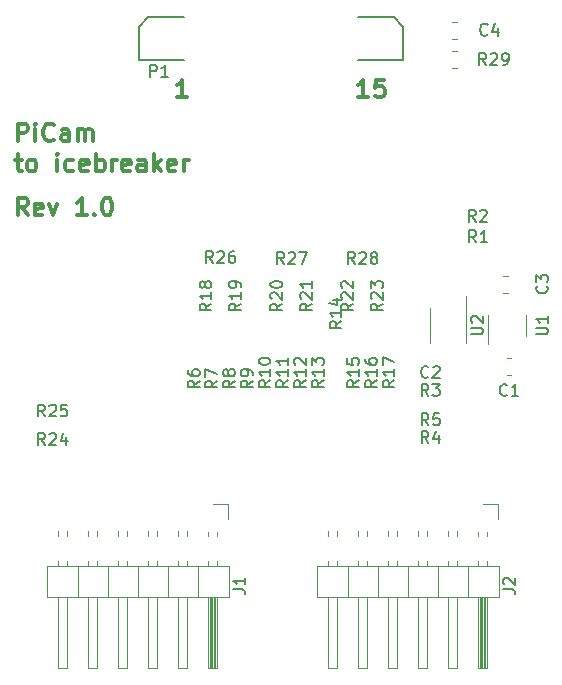
<source format=gto>
G04 #@! TF.GenerationSoftware,KiCad,Pcbnew,5.0.0*
G04 #@! TF.CreationDate,2018-07-16T13:27:37+02:00*
G04 #@! TF.ProjectId,csipmod,637369706D6F642E6B696361645F7063,rev?*
G04 #@! TF.SameCoordinates,Original*
G04 #@! TF.FileFunction,Legend,Top*
G04 #@! TF.FilePolarity,Positive*
%FSLAX46Y46*%
G04 Gerber Fmt 4.6, Leading zero omitted, Abs format (unit mm)*
G04 Created by KiCad (PCBNEW 5.0.0) date Mon Jul 16 13:27:37 2018*
%MOMM*%
%LPD*%
G01*
G04 APERTURE LIST*
%ADD10C,0.300000*%
%ADD11C,0.120000*%
%ADD12C,0.150000*%
G04 APERTURE END LIST*
D10*
X116409285Y-60678571D02*
X115909285Y-59964285D01*
X115552142Y-60678571D02*
X115552142Y-59178571D01*
X116123571Y-59178571D01*
X116266428Y-59250000D01*
X116337857Y-59321428D01*
X116409285Y-59464285D01*
X116409285Y-59678571D01*
X116337857Y-59821428D01*
X116266428Y-59892857D01*
X116123571Y-59964285D01*
X115552142Y-59964285D01*
X117623571Y-60607142D02*
X117480714Y-60678571D01*
X117195000Y-60678571D01*
X117052142Y-60607142D01*
X116980714Y-60464285D01*
X116980714Y-59892857D01*
X117052142Y-59750000D01*
X117195000Y-59678571D01*
X117480714Y-59678571D01*
X117623571Y-59750000D01*
X117695000Y-59892857D01*
X117695000Y-60035714D01*
X116980714Y-60178571D01*
X118195000Y-59678571D02*
X118552142Y-60678571D01*
X118909285Y-59678571D01*
X121409285Y-60678571D02*
X120552142Y-60678571D01*
X120980714Y-60678571D02*
X120980714Y-59178571D01*
X120837857Y-59392857D01*
X120695000Y-59535714D01*
X120552142Y-59607142D01*
X122052142Y-60535714D02*
X122123571Y-60607142D01*
X122052142Y-60678571D01*
X121980714Y-60607142D01*
X122052142Y-60535714D01*
X122052142Y-60678571D01*
X123052142Y-59178571D02*
X123195000Y-59178571D01*
X123337857Y-59250000D01*
X123409285Y-59321428D01*
X123480714Y-59464285D01*
X123552142Y-59750000D01*
X123552142Y-60107142D01*
X123480714Y-60392857D01*
X123409285Y-60535714D01*
X123337857Y-60607142D01*
X123195000Y-60678571D01*
X123052142Y-60678571D01*
X122909285Y-60607142D01*
X122837857Y-60535714D01*
X122766428Y-60392857D01*
X122695000Y-60107142D01*
X122695000Y-59750000D01*
X122766428Y-59464285D01*
X122837857Y-59321428D01*
X122909285Y-59250000D01*
X123052142Y-59178571D01*
X115552142Y-54403571D02*
X115552142Y-52903571D01*
X116123571Y-52903571D01*
X116266428Y-52975000D01*
X116337857Y-53046428D01*
X116409285Y-53189285D01*
X116409285Y-53403571D01*
X116337857Y-53546428D01*
X116266428Y-53617857D01*
X116123571Y-53689285D01*
X115552142Y-53689285D01*
X117052142Y-54403571D02*
X117052142Y-53403571D01*
X117052142Y-52903571D02*
X116980714Y-52975000D01*
X117052142Y-53046428D01*
X117123571Y-52975000D01*
X117052142Y-52903571D01*
X117052142Y-53046428D01*
X118623571Y-54260714D02*
X118552142Y-54332142D01*
X118337857Y-54403571D01*
X118195000Y-54403571D01*
X117980714Y-54332142D01*
X117837857Y-54189285D01*
X117766428Y-54046428D01*
X117695000Y-53760714D01*
X117695000Y-53546428D01*
X117766428Y-53260714D01*
X117837857Y-53117857D01*
X117980714Y-52975000D01*
X118195000Y-52903571D01*
X118337857Y-52903571D01*
X118552142Y-52975000D01*
X118623571Y-53046428D01*
X119909285Y-54403571D02*
X119909285Y-53617857D01*
X119837857Y-53475000D01*
X119695000Y-53403571D01*
X119409285Y-53403571D01*
X119266428Y-53475000D01*
X119909285Y-54332142D02*
X119766428Y-54403571D01*
X119409285Y-54403571D01*
X119266428Y-54332142D01*
X119195000Y-54189285D01*
X119195000Y-54046428D01*
X119266428Y-53903571D01*
X119409285Y-53832142D01*
X119766428Y-53832142D01*
X119909285Y-53760714D01*
X120623571Y-54403571D02*
X120623571Y-53403571D01*
X120623571Y-53546428D02*
X120695000Y-53475000D01*
X120837857Y-53403571D01*
X121052142Y-53403571D01*
X121195000Y-53475000D01*
X121266428Y-53617857D01*
X121266428Y-54403571D01*
X121266428Y-53617857D02*
X121337857Y-53475000D01*
X121480714Y-53403571D01*
X121695000Y-53403571D01*
X121837857Y-53475000D01*
X121909285Y-53617857D01*
X121909285Y-54403571D01*
X115337857Y-55953571D02*
X115909285Y-55953571D01*
X115552142Y-55453571D02*
X115552142Y-56739285D01*
X115623571Y-56882142D01*
X115766428Y-56953571D01*
X115909285Y-56953571D01*
X116623571Y-56953571D02*
X116480714Y-56882142D01*
X116409285Y-56810714D01*
X116337857Y-56667857D01*
X116337857Y-56239285D01*
X116409285Y-56096428D01*
X116480714Y-56025000D01*
X116623571Y-55953571D01*
X116837857Y-55953571D01*
X116980714Y-56025000D01*
X117052142Y-56096428D01*
X117123571Y-56239285D01*
X117123571Y-56667857D01*
X117052142Y-56810714D01*
X116980714Y-56882142D01*
X116837857Y-56953571D01*
X116623571Y-56953571D01*
X118909285Y-56953571D02*
X118909285Y-55953571D01*
X118909285Y-55453571D02*
X118837857Y-55525000D01*
X118909285Y-55596428D01*
X118980714Y-55525000D01*
X118909285Y-55453571D01*
X118909285Y-55596428D01*
X120266428Y-56882142D02*
X120123571Y-56953571D01*
X119837857Y-56953571D01*
X119695000Y-56882142D01*
X119623571Y-56810714D01*
X119552142Y-56667857D01*
X119552142Y-56239285D01*
X119623571Y-56096428D01*
X119695000Y-56025000D01*
X119837857Y-55953571D01*
X120123571Y-55953571D01*
X120266428Y-56025000D01*
X121480714Y-56882142D02*
X121337857Y-56953571D01*
X121052142Y-56953571D01*
X120909285Y-56882142D01*
X120837857Y-56739285D01*
X120837857Y-56167857D01*
X120909285Y-56025000D01*
X121052142Y-55953571D01*
X121337857Y-55953571D01*
X121480714Y-56025000D01*
X121552142Y-56167857D01*
X121552142Y-56310714D01*
X120837857Y-56453571D01*
X122195000Y-56953571D02*
X122195000Y-55453571D01*
X122195000Y-56025000D02*
X122337857Y-55953571D01*
X122623571Y-55953571D01*
X122766428Y-56025000D01*
X122837857Y-56096428D01*
X122909285Y-56239285D01*
X122909285Y-56667857D01*
X122837857Y-56810714D01*
X122766428Y-56882142D01*
X122623571Y-56953571D01*
X122337857Y-56953571D01*
X122195000Y-56882142D01*
X123552142Y-56953571D02*
X123552142Y-55953571D01*
X123552142Y-56239285D02*
X123623571Y-56096428D01*
X123695000Y-56025000D01*
X123837857Y-55953571D01*
X123980714Y-55953571D01*
X125052142Y-56882142D02*
X124909285Y-56953571D01*
X124623571Y-56953571D01*
X124480714Y-56882142D01*
X124409285Y-56739285D01*
X124409285Y-56167857D01*
X124480714Y-56025000D01*
X124623571Y-55953571D01*
X124909285Y-55953571D01*
X125052142Y-56025000D01*
X125123571Y-56167857D01*
X125123571Y-56310714D01*
X124409285Y-56453571D01*
X126409285Y-56953571D02*
X126409285Y-56167857D01*
X126337857Y-56025000D01*
X126195000Y-55953571D01*
X125909285Y-55953571D01*
X125766428Y-56025000D01*
X126409285Y-56882142D02*
X126266428Y-56953571D01*
X125909285Y-56953571D01*
X125766428Y-56882142D01*
X125695000Y-56739285D01*
X125695000Y-56596428D01*
X125766428Y-56453571D01*
X125909285Y-56382142D01*
X126266428Y-56382142D01*
X126409285Y-56310714D01*
X127123571Y-56953571D02*
X127123571Y-55453571D01*
X127266428Y-56382142D02*
X127695000Y-56953571D01*
X127695000Y-55953571D02*
X127123571Y-56525000D01*
X128909285Y-56882142D02*
X128766428Y-56953571D01*
X128480714Y-56953571D01*
X128337857Y-56882142D01*
X128266428Y-56739285D01*
X128266428Y-56167857D01*
X128337857Y-56025000D01*
X128480714Y-55953571D01*
X128766428Y-55953571D01*
X128909285Y-56025000D01*
X128980714Y-56167857D01*
X128980714Y-56310714D01*
X128266428Y-56453571D01*
X129623571Y-56953571D02*
X129623571Y-55953571D01*
X129623571Y-56239285D02*
X129695000Y-56096428D01*
X129766428Y-56025000D01*
X129909285Y-55953571D01*
X130052142Y-55953571D01*
X145214285Y-50678571D02*
X144357142Y-50678571D01*
X144785714Y-50678571D02*
X144785714Y-49178571D01*
X144642857Y-49392857D01*
X144500000Y-49535714D01*
X144357142Y-49607142D01*
X146571428Y-49178571D02*
X145857142Y-49178571D01*
X145785714Y-49892857D01*
X145857142Y-49821428D01*
X146000000Y-49750000D01*
X146357142Y-49750000D01*
X146500000Y-49821428D01*
X146571428Y-49892857D01*
X146642857Y-50035714D01*
X146642857Y-50392857D01*
X146571428Y-50535714D01*
X146500000Y-50607142D01*
X146357142Y-50678571D01*
X146000000Y-50678571D01*
X145857142Y-50607142D01*
X145785714Y-50535714D01*
X129928571Y-50678571D02*
X129071428Y-50678571D01*
X129500000Y-50678571D02*
X129500000Y-49178571D01*
X129357142Y-49392857D01*
X129214285Y-49535714D01*
X129071428Y-49607142D01*
D11*
G04 #@! TO.C,R29*
X152292017Y-46790000D02*
X152707983Y-46790000D01*
X152292017Y-48210000D02*
X152707983Y-48210000D01*
G04 #@! TO.C,C1*
X156942017Y-72790000D02*
X157357983Y-72790000D01*
X156942017Y-74210000D02*
X157357983Y-74210000D01*
G04 #@! TO.C,C3*
X156642017Y-67210000D02*
X157057983Y-67210000D01*
X156642017Y-65790000D02*
X157057983Y-65790000D01*
G04 #@! TO.C,C4*
X152292017Y-44290000D02*
X152707983Y-44290000D01*
X152292017Y-45710000D02*
X152707983Y-45710000D01*
D12*
G04 #@! TO.C,P1*
X144400000Y-47500000D02*
X148200000Y-47500000D01*
X147400000Y-43900000D02*
X144600000Y-43900000D01*
X148200000Y-44700000D02*
X147400000Y-43900000D01*
X148200000Y-47500000D02*
X148200000Y-44700000D01*
X144400000Y-43900000D02*
X144600000Y-43900000D01*
X129600000Y-43900000D02*
X128600000Y-43900000D01*
X126600000Y-43900000D02*
X128600000Y-43900000D01*
X125800000Y-44700000D02*
X126600000Y-43900000D01*
X125800000Y-47500000D02*
X125800000Y-44700000D01*
X129600000Y-47500000D02*
X125800000Y-47500000D01*
D11*
G04 #@! TO.C,J1*
X133410000Y-90340000D02*
X118050000Y-90340000D01*
X118050000Y-90340000D02*
X118050000Y-93000000D01*
X118050000Y-93000000D02*
X133410000Y-93000000D01*
X133410000Y-93000000D02*
X133410000Y-90340000D01*
X132460000Y-93000000D02*
X132460000Y-99000000D01*
X132460000Y-99000000D02*
X131700000Y-99000000D01*
X131700000Y-99000000D02*
X131700000Y-93000000D01*
X132400000Y-93000000D02*
X132400000Y-99000000D01*
X132280000Y-93000000D02*
X132280000Y-99000000D01*
X132160000Y-93000000D02*
X132160000Y-99000000D01*
X132040000Y-93000000D02*
X132040000Y-99000000D01*
X131920000Y-93000000D02*
X131920000Y-99000000D01*
X131800000Y-93000000D02*
X131800000Y-99000000D01*
X132460000Y-89942929D02*
X132460000Y-90340000D01*
X131700000Y-89942929D02*
X131700000Y-90340000D01*
X132460000Y-87470000D02*
X132460000Y-87857071D01*
X131700000Y-87470000D02*
X131700000Y-87857071D01*
X130810000Y-90340000D02*
X130810000Y-93000000D01*
X129920000Y-93000000D02*
X129920000Y-99000000D01*
X129920000Y-99000000D02*
X129160000Y-99000000D01*
X129160000Y-99000000D02*
X129160000Y-93000000D01*
X129920000Y-89942929D02*
X129920000Y-90340000D01*
X129160000Y-89942929D02*
X129160000Y-90340000D01*
X129920000Y-87402929D02*
X129920000Y-87857071D01*
X129160000Y-87402929D02*
X129160000Y-87857071D01*
X128270000Y-90340000D02*
X128270000Y-93000000D01*
X127380000Y-93000000D02*
X127380000Y-99000000D01*
X127380000Y-99000000D02*
X126620000Y-99000000D01*
X126620000Y-99000000D02*
X126620000Y-93000000D01*
X127380000Y-89942929D02*
X127380000Y-90340000D01*
X126620000Y-89942929D02*
X126620000Y-90340000D01*
X127380000Y-87402929D02*
X127380000Y-87857071D01*
X126620000Y-87402929D02*
X126620000Y-87857071D01*
X125730000Y-90340000D02*
X125730000Y-93000000D01*
X124840000Y-93000000D02*
X124840000Y-99000000D01*
X124840000Y-99000000D02*
X124080000Y-99000000D01*
X124080000Y-99000000D02*
X124080000Y-93000000D01*
X124840000Y-89942929D02*
X124840000Y-90340000D01*
X124080000Y-89942929D02*
X124080000Y-90340000D01*
X124840000Y-87402929D02*
X124840000Y-87857071D01*
X124080000Y-87402929D02*
X124080000Y-87857071D01*
X123190000Y-90340000D02*
X123190000Y-93000000D01*
X122300000Y-93000000D02*
X122300000Y-99000000D01*
X122300000Y-99000000D02*
X121540000Y-99000000D01*
X121540000Y-99000000D02*
X121540000Y-93000000D01*
X122300000Y-89942929D02*
X122300000Y-90340000D01*
X121540000Y-89942929D02*
X121540000Y-90340000D01*
X122300000Y-87402929D02*
X122300000Y-87857071D01*
X121540000Y-87402929D02*
X121540000Y-87857071D01*
X120650000Y-90340000D02*
X120650000Y-93000000D01*
X119760000Y-93000000D02*
X119760000Y-99000000D01*
X119760000Y-99000000D02*
X119000000Y-99000000D01*
X119000000Y-99000000D02*
X119000000Y-93000000D01*
X119760000Y-89942929D02*
X119760000Y-90340000D01*
X119000000Y-89942929D02*
X119000000Y-90340000D01*
X119760000Y-87402929D02*
X119760000Y-87857071D01*
X119000000Y-87402929D02*
X119000000Y-87857071D01*
X132080000Y-85090000D02*
X133350000Y-85090000D01*
X133350000Y-85090000D02*
X133350000Y-86360000D01*
G04 #@! TO.C,J2*
X156210000Y-85090000D02*
X156210000Y-86360000D01*
X154940000Y-85090000D02*
X156210000Y-85090000D01*
X141860000Y-87402929D02*
X141860000Y-87857071D01*
X142620000Y-87402929D02*
X142620000Y-87857071D01*
X141860000Y-89942929D02*
X141860000Y-90340000D01*
X142620000Y-89942929D02*
X142620000Y-90340000D01*
X141860000Y-99000000D02*
X141860000Y-93000000D01*
X142620000Y-99000000D02*
X141860000Y-99000000D01*
X142620000Y-93000000D02*
X142620000Y-99000000D01*
X143510000Y-90340000D02*
X143510000Y-93000000D01*
X144400000Y-87402929D02*
X144400000Y-87857071D01*
X145160000Y-87402929D02*
X145160000Y-87857071D01*
X144400000Y-89942929D02*
X144400000Y-90340000D01*
X145160000Y-89942929D02*
X145160000Y-90340000D01*
X144400000Y-99000000D02*
X144400000Y-93000000D01*
X145160000Y-99000000D02*
X144400000Y-99000000D01*
X145160000Y-93000000D02*
X145160000Y-99000000D01*
X146050000Y-90340000D02*
X146050000Y-93000000D01*
X146940000Y-87402929D02*
X146940000Y-87857071D01*
X147700000Y-87402929D02*
X147700000Y-87857071D01*
X146940000Y-89942929D02*
X146940000Y-90340000D01*
X147700000Y-89942929D02*
X147700000Y-90340000D01*
X146940000Y-99000000D02*
X146940000Y-93000000D01*
X147700000Y-99000000D02*
X146940000Y-99000000D01*
X147700000Y-93000000D02*
X147700000Y-99000000D01*
X148590000Y-90340000D02*
X148590000Y-93000000D01*
X149480000Y-87402929D02*
X149480000Y-87857071D01*
X150240000Y-87402929D02*
X150240000Y-87857071D01*
X149480000Y-89942929D02*
X149480000Y-90340000D01*
X150240000Y-89942929D02*
X150240000Y-90340000D01*
X149480000Y-99000000D02*
X149480000Y-93000000D01*
X150240000Y-99000000D02*
X149480000Y-99000000D01*
X150240000Y-93000000D02*
X150240000Y-99000000D01*
X151130000Y-90340000D02*
X151130000Y-93000000D01*
X152020000Y-87402929D02*
X152020000Y-87857071D01*
X152780000Y-87402929D02*
X152780000Y-87857071D01*
X152020000Y-89942929D02*
X152020000Y-90340000D01*
X152780000Y-89942929D02*
X152780000Y-90340000D01*
X152020000Y-99000000D02*
X152020000Y-93000000D01*
X152780000Y-99000000D02*
X152020000Y-99000000D01*
X152780000Y-93000000D02*
X152780000Y-99000000D01*
X153670000Y-90340000D02*
X153670000Y-93000000D01*
X154560000Y-87470000D02*
X154560000Y-87857071D01*
X155320000Y-87470000D02*
X155320000Y-87857071D01*
X154560000Y-89942929D02*
X154560000Y-90340000D01*
X155320000Y-89942929D02*
X155320000Y-90340000D01*
X154660000Y-93000000D02*
X154660000Y-99000000D01*
X154780000Y-93000000D02*
X154780000Y-99000000D01*
X154900000Y-93000000D02*
X154900000Y-99000000D01*
X155020000Y-93000000D02*
X155020000Y-99000000D01*
X155140000Y-93000000D02*
X155140000Y-99000000D01*
X155260000Y-93000000D02*
X155260000Y-99000000D01*
X154560000Y-99000000D02*
X154560000Y-93000000D01*
X155320000Y-99000000D02*
X154560000Y-99000000D01*
X155320000Y-93000000D02*
X155320000Y-99000000D01*
X156270000Y-93000000D02*
X156270000Y-90340000D01*
X140910000Y-93000000D02*
X156270000Y-93000000D01*
X140910000Y-90340000D02*
X140910000Y-93000000D01*
X156270000Y-90340000D02*
X140910000Y-90340000D01*
G04 #@! TO.C,U2*
X150500000Y-71500000D02*
X150500000Y-68500000D01*
X153500000Y-71500000D02*
X153500000Y-67500000D01*
G04 #@! TO.C,U1*
X158610000Y-70900000D02*
X158610000Y-69100000D01*
X155390000Y-69100000D02*
X155390000Y-71550000D01*
G04 #@! TO.C,R29*
D12*
X155207142Y-47952380D02*
X154873809Y-47476190D01*
X154635714Y-47952380D02*
X154635714Y-46952380D01*
X155016666Y-46952380D01*
X155111904Y-47000000D01*
X155159523Y-47047619D01*
X155207142Y-47142857D01*
X155207142Y-47285714D01*
X155159523Y-47380952D01*
X155111904Y-47428571D01*
X155016666Y-47476190D01*
X154635714Y-47476190D01*
X155588095Y-47047619D02*
X155635714Y-47000000D01*
X155730952Y-46952380D01*
X155969047Y-46952380D01*
X156064285Y-47000000D01*
X156111904Y-47047619D01*
X156159523Y-47142857D01*
X156159523Y-47238095D01*
X156111904Y-47380952D01*
X155540476Y-47952380D01*
X156159523Y-47952380D01*
X156635714Y-47952380D02*
X156826190Y-47952380D01*
X156921428Y-47904761D01*
X156969047Y-47857142D01*
X157064285Y-47714285D01*
X157111904Y-47523809D01*
X157111904Y-47142857D01*
X157064285Y-47047619D01*
X157016666Y-47000000D01*
X156921428Y-46952380D01*
X156730952Y-46952380D01*
X156635714Y-47000000D01*
X156588095Y-47047619D01*
X156540476Y-47142857D01*
X156540476Y-47380952D01*
X156588095Y-47476190D01*
X156635714Y-47523809D01*
X156730952Y-47571428D01*
X156921428Y-47571428D01*
X157016666Y-47523809D01*
X157064285Y-47476190D01*
X157111904Y-47380952D01*
G04 #@! TO.C,C2*
X150333333Y-74357142D02*
X150285714Y-74404761D01*
X150142857Y-74452380D01*
X150047619Y-74452380D01*
X149904761Y-74404761D01*
X149809523Y-74309523D01*
X149761904Y-74214285D01*
X149714285Y-74023809D01*
X149714285Y-73880952D01*
X149761904Y-73690476D01*
X149809523Y-73595238D01*
X149904761Y-73500000D01*
X150047619Y-73452380D01*
X150142857Y-73452380D01*
X150285714Y-73500000D01*
X150333333Y-73547619D01*
X150714285Y-73547619D02*
X150761904Y-73500000D01*
X150857142Y-73452380D01*
X151095238Y-73452380D01*
X151190476Y-73500000D01*
X151238095Y-73547619D01*
X151285714Y-73642857D01*
X151285714Y-73738095D01*
X151238095Y-73880952D01*
X150666666Y-74452380D01*
X151285714Y-74452380D01*
G04 #@! TO.C,C1*
X156983333Y-75857142D02*
X156935714Y-75904761D01*
X156792857Y-75952380D01*
X156697619Y-75952380D01*
X156554761Y-75904761D01*
X156459523Y-75809523D01*
X156411904Y-75714285D01*
X156364285Y-75523809D01*
X156364285Y-75380952D01*
X156411904Y-75190476D01*
X156459523Y-75095238D01*
X156554761Y-75000000D01*
X156697619Y-74952380D01*
X156792857Y-74952380D01*
X156935714Y-75000000D01*
X156983333Y-75047619D01*
X157935714Y-75952380D02*
X157364285Y-75952380D01*
X157650000Y-75952380D02*
X157650000Y-74952380D01*
X157554761Y-75095238D01*
X157459523Y-75190476D01*
X157364285Y-75238095D01*
G04 #@! TO.C,C3*
X160357142Y-66666666D02*
X160404761Y-66714285D01*
X160452380Y-66857142D01*
X160452380Y-66952380D01*
X160404761Y-67095238D01*
X160309523Y-67190476D01*
X160214285Y-67238095D01*
X160023809Y-67285714D01*
X159880952Y-67285714D01*
X159690476Y-67238095D01*
X159595238Y-67190476D01*
X159500000Y-67095238D01*
X159452380Y-66952380D01*
X159452380Y-66857142D01*
X159500000Y-66714285D01*
X159547619Y-66666666D01*
X159452380Y-66333333D02*
X159452380Y-65714285D01*
X159833333Y-66047619D01*
X159833333Y-65904761D01*
X159880952Y-65809523D01*
X159928571Y-65761904D01*
X160023809Y-65714285D01*
X160261904Y-65714285D01*
X160357142Y-65761904D01*
X160404761Y-65809523D01*
X160452380Y-65904761D01*
X160452380Y-66190476D01*
X160404761Y-66285714D01*
X160357142Y-66333333D01*
G04 #@! TO.C,C4*
X155333333Y-45357142D02*
X155285714Y-45404761D01*
X155142857Y-45452380D01*
X155047619Y-45452380D01*
X154904761Y-45404761D01*
X154809523Y-45309523D01*
X154761904Y-45214285D01*
X154714285Y-45023809D01*
X154714285Y-44880952D01*
X154761904Y-44690476D01*
X154809523Y-44595238D01*
X154904761Y-44500000D01*
X155047619Y-44452380D01*
X155142857Y-44452380D01*
X155285714Y-44500000D01*
X155333333Y-44547619D01*
X156190476Y-44785714D02*
X156190476Y-45452380D01*
X155952380Y-44404761D02*
X155714285Y-45119047D01*
X156333333Y-45119047D01*
G04 #@! TO.C,P1*
X126761904Y-48952380D02*
X126761904Y-47952380D01*
X127142857Y-47952380D01*
X127238095Y-48000000D01*
X127285714Y-48047619D01*
X127333333Y-48142857D01*
X127333333Y-48285714D01*
X127285714Y-48380952D01*
X127238095Y-48428571D01*
X127142857Y-48476190D01*
X126761904Y-48476190D01*
X128285714Y-48952380D02*
X127714285Y-48952380D01*
X128000000Y-48952380D02*
X128000000Y-47952380D01*
X127904761Y-48095238D01*
X127809523Y-48190476D01*
X127714285Y-48238095D01*
G04 #@! TO.C,J1*
X133802380Y-92348333D02*
X134516666Y-92348333D01*
X134659523Y-92395952D01*
X134754761Y-92491190D01*
X134802380Y-92634047D01*
X134802380Y-92729285D01*
X134802380Y-91348333D02*
X134802380Y-91919761D01*
X134802380Y-91634047D02*
X133802380Y-91634047D01*
X133945238Y-91729285D01*
X134040476Y-91824523D01*
X134088095Y-91919761D01*
G04 #@! TO.C,J2*
X156662380Y-92348333D02*
X157376666Y-92348333D01*
X157519523Y-92395952D01*
X157614761Y-92491190D01*
X157662380Y-92634047D01*
X157662380Y-92729285D01*
X156757619Y-91919761D02*
X156710000Y-91872142D01*
X156662380Y-91776904D01*
X156662380Y-91538809D01*
X156710000Y-91443571D01*
X156757619Y-91395952D01*
X156852857Y-91348333D01*
X156948095Y-91348333D01*
X157090952Y-91395952D01*
X157662380Y-91967380D01*
X157662380Y-91348333D01*
G04 #@! TO.C,U2*
X153952380Y-70761904D02*
X154761904Y-70761904D01*
X154857142Y-70714285D01*
X154904761Y-70666666D01*
X154952380Y-70571428D01*
X154952380Y-70380952D01*
X154904761Y-70285714D01*
X154857142Y-70238095D01*
X154761904Y-70190476D01*
X153952380Y-70190476D01*
X154047619Y-69761904D02*
X154000000Y-69714285D01*
X153952380Y-69619047D01*
X153952380Y-69380952D01*
X154000000Y-69285714D01*
X154047619Y-69238095D01*
X154142857Y-69190476D01*
X154238095Y-69190476D01*
X154380952Y-69238095D01*
X154952380Y-69809523D01*
X154952380Y-69190476D01*
G04 #@! TO.C,U1*
X159452380Y-70761904D02*
X160261904Y-70761904D01*
X160357142Y-70714285D01*
X160404761Y-70666666D01*
X160452380Y-70571428D01*
X160452380Y-70380952D01*
X160404761Y-70285714D01*
X160357142Y-70238095D01*
X160261904Y-70190476D01*
X159452380Y-70190476D01*
X160452380Y-69190476D02*
X160452380Y-69761904D01*
X160452380Y-69476190D02*
X159452380Y-69476190D01*
X159595238Y-69571428D01*
X159690476Y-69666666D01*
X159738095Y-69761904D01*
G04 #@! TO.C,R11*
X138452380Y-74642857D02*
X137976190Y-74976190D01*
X138452380Y-75214285D02*
X137452380Y-75214285D01*
X137452380Y-74833333D01*
X137500000Y-74738095D01*
X137547619Y-74690476D01*
X137642857Y-74642857D01*
X137785714Y-74642857D01*
X137880952Y-74690476D01*
X137928571Y-74738095D01*
X137976190Y-74833333D01*
X137976190Y-75214285D01*
X138452380Y-73690476D02*
X138452380Y-74261904D01*
X138452380Y-73976190D02*
X137452380Y-73976190D01*
X137595238Y-74071428D01*
X137690476Y-74166666D01*
X137738095Y-74261904D01*
X138452380Y-72738095D02*
X138452380Y-73309523D01*
X138452380Y-73023809D02*
X137452380Y-73023809D01*
X137595238Y-73119047D01*
X137690476Y-73214285D01*
X137738095Y-73309523D01*
G04 #@! TO.C,R13*
X141452380Y-74642857D02*
X140976190Y-74976190D01*
X141452380Y-75214285D02*
X140452380Y-75214285D01*
X140452380Y-74833333D01*
X140500000Y-74738095D01*
X140547619Y-74690476D01*
X140642857Y-74642857D01*
X140785714Y-74642857D01*
X140880952Y-74690476D01*
X140928571Y-74738095D01*
X140976190Y-74833333D01*
X140976190Y-75214285D01*
X141452380Y-73690476D02*
X141452380Y-74261904D01*
X141452380Y-73976190D02*
X140452380Y-73976190D01*
X140595238Y-74071428D01*
X140690476Y-74166666D01*
X140738095Y-74261904D01*
X140452380Y-73357142D02*
X140452380Y-72738095D01*
X140833333Y-73071428D01*
X140833333Y-72928571D01*
X140880952Y-72833333D01*
X140928571Y-72785714D01*
X141023809Y-72738095D01*
X141261904Y-72738095D01*
X141357142Y-72785714D01*
X141404761Y-72833333D01*
X141452380Y-72928571D01*
X141452380Y-73214285D01*
X141404761Y-73309523D01*
X141357142Y-73357142D01*
G04 #@! TO.C,R14*
X142952380Y-69642857D02*
X142476190Y-69976190D01*
X142952380Y-70214285D02*
X141952380Y-70214285D01*
X141952380Y-69833333D01*
X142000000Y-69738095D01*
X142047619Y-69690476D01*
X142142857Y-69642857D01*
X142285714Y-69642857D01*
X142380952Y-69690476D01*
X142428571Y-69738095D01*
X142476190Y-69833333D01*
X142476190Y-70214285D01*
X142952380Y-68690476D02*
X142952380Y-69261904D01*
X142952380Y-68976190D02*
X141952380Y-68976190D01*
X142095238Y-69071428D01*
X142190476Y-69166666D01*
X142238095Y-69261904D01*
X142285714Y-67833333D02*
X142952380Y-67833333D01*
X141904761Y-68071428D02*
X142619047Y-68309523D01*
X142619047Y-67690476D01*
G04 #@! TO.C,R15*
X144452380Y-74642857D02*
X143976190Y-74976190D01*
X144452380Y-75214285D02*
X143452380Y-75214285D01*
X143452380Y-74833333D01*
X143500000Y-74738095D01*
X143547619Y-74690476D01*
X143642857Y-74642857D01*
X143785714Y-74642857D01*
X143880952Y-74690476D01*
X143928571Y-74738095D01*
X143976190Y-74833333D01*
X143976190Y-75214285D01*
X144452380Y-73690476D02*
X144452380Y-74261904D01*
X144452380Y-73976190D02*
X143452380Y-73976190D01*
X143595238Y-74071428D01*
X143690476Y-74166666D01*
X143738095Y-74261904D01*
X143452380Y-72785714D02*
X143452380Y-73261904D01*
X143928571Y-73309523D01*
X143880952Y-73261904D01*
X143833333Y-73166666D01*
X143833333Y-72928571D01*
X143880952Y-72833333D01*
X143928571Y-72785714D01*
X144023809Y-72738095D01*
X144261904Y-72738095D01*
X144357142Y-72785714D01*
X144404761Y-72833333D01*
X144452380Y-72928571D01*
X144452380Y-73166666D01*
X144404761Y-73261904D01*
X144357142Y-73309523D01*
G04 #@! TO.C,R16*
X145952380Y-74642857D02*
X145476190Y-74976190D01*
X145952380Y-75214285D02*
X144952380Y-75214285D01*
X144952380Y-74833333D01*
X145000000Y-74738095D01*
X145047619Y-74690476D01*
X145142857Y-74642857D01*
X145285714Y-74642857D01*
X145380952Y-74690476D01*
X145428571Y-74738095D01*
X145476190Y-74833333D01*
X145476190Y-75214285D01*
X145952380Y-73690476D02*
X145952380Y-74261904D01*
X145952380Y-73976190D02*
X144952380Y-73976190D01*
X145095238Y-74071428D01*
X145190476Y-74166666D01*
X145238095Y-74261904D01*
X144952380Y-72833333D02*
X144952380Y-73023809D01*
X145000000Y-73119047D01*
X145047619Y-73166666D01*
X145190476Y-73261904D01*
X145380952Y-73309523D01*
X145761904Y-73309523D01*
X145857142Y-73261904D01*
X145904761Y-73214285D01*
X145952380Y-73119047D01*
X145952380Y-72928571D01*
X145904761Y-72833333D01*
X145857142Y-72785714D01*
X145761904Y-72738095D01*
X145523809Y-72738095D01*
X145428571Y-72785714D01*
X145380952Y-72833333D01*
X145333333Y-72928571D01*
X145333333Y-73119047D01*
X145380952Y-73214285D01*
X145428571Y-73261904D01*
X145523809Y-73309523D01*
G04 #@! TO.C,R17*
X147452380Y-74642857D02*
X146976190Y-74976190D01*
X147452380Y-75214285D02*
X146452380Y-75214285D01*
X146452380Y-74833333D01*
X146500000Y-74738095D01*
X146547619Y-74690476D01*
X146642857Y-74642857D01*
X146785714Y-74642857D01*
X146880952Y-74690476D01*
X146928571Y-74738095D01*
X146976190Y-74833333D01*
X146976190Y-75214285D01*
X147452380Y-73690476D02*
X147452380Y-74261904D01*
X147452380Y-73976190D02*
X146452380Y-73976190D01*
X146595238Y-74071428D01*
X146690476Y-74166666D01*
X146738095Y-74261904D01*
X146452380Y-73357142D02*
X146452380Y-72690476D01*
X147452380Y-73119047D01*
G04 #@! TO.C,R18*
X131952380Y-68142857D02*
X131476190Y-68476190D01*
X131952380Y-68714285D02*
X130952380Y-68714285D01*
X130952380Y-68333333D01*
X131000000Y-68238095D01*
X131047619Y-68190476D01*
X131142857Y-68142857D01*
X131285714Y-68142857D01*
X131380952Y-68190476D01*
X131428571Y-68238095D01*
X131476190Y-68333333D01*
X131476190Y-68714285D01*
X131952380Y-67190476D02*
X131952380Y-67761904D01*
X131952380Y-67476190D02*
X130952380Y-67476190D01*
X131095238Y-67571428D01*
X131190476Y-67666666D01*
X131238095Y-67761904D01*
X131380952Y-66619047D02*
X131333333Y-66714285D01*
X131285714Y-66761904D01*
X131190476Y-66809523D01*
X131142857Y-66809523D01*
X131047619Y-66761904D01*
X131000000Y-66714285D01*
X130952380Y-66619047D01*
X130952380Y-66428571D01*
X131000000Y-66333333D01*
X131047619Y-66285714D01*
X131142857Y-66238095D01*
X131190476Y-66238095D01*
X131285714Y-66285714D01*
X131333333Y-66333333D01*
X131380952Y-66428571D01*
X131380952Y-66619047D01*
X131428571Y-66714285D01*
X131476190Y-66761904D01*
X131571428Y-66809523D01*
X131761904Y-66809523D01*
X131857142Y-66761904D01*
X131904761Y-66714285D01*
X131952380Y-66619047D01*
X131952380Y-66428571D01*
X131904761Y-66333333D01*
X131857142Y-66285714D01*
X131761904Y-66238095D01*
X131571428Y-66238095D01*
X131476190Y-66285714D01*
X131428571Y-66333333D01*
X131380952Y-66428571D01*
G04 #@! TO.C,R19*
X134452380Y-68142857D02*
X133976190Y-68476190D01*
X134452380Y-68714285D02*
X133452380Y-68714285D01*
X133452380Y-68333333D01*
X133500000Y-68238095D01*
X133547619Y-68190476D01*
X133642857Y-68142857D01*
X133785714Y-68142857D01*
X133880952Y-68190476D01*
X133928571Y-68238095D01*
X133976190Y-68333333D01*
X133976190Y-68714285D01*
X134452380Y-67190476D02*
X134452380Y-67761904D01*
X134452380Y-67476190D02*
X133452380Y-67476190D01*
X133595238Y-67571428D01*
X133690476Y-67666666D01*
X133738095Y-67761904D01*
X134452380Y-66714285D02*
X134452380Y-66523809D01*
X134404761Y-66428571D01*
X134357142Y-66380952D01*
X134214285Y-66285714D01*
X134023809Y-66238095D01*
X133642857Y-66238095D01*
X133547619Y-66285714D01*
X133500000Y-66333333D01*
X133452380Y-66428571D01*
X133452380Y-66619047D01*
X133500000Y-66714285D01*
X133547619Y-66761904D01*
X133642857Y-66809523D01*
X133880952Y-66809523D01*
X133976190Y-66761904D01*
X134023809Y-66714285D01*
X134071428Y-66619047D01*
X134071428Y-66428571D01*
X134023809Y-66333333D01*
X133976190Y-66285714D01*
X133880952Y-66238095D01*
G04 #@! TO.C,R20*
X137952380Y-68142857D02*
X137476190Y-68476190D01*
X137952380Y-68714285D02*
X136952380Y-68714285D01*
X136952380Y-68333333D01*
X137000000Y-68238095D01*
X137047619Y-68190476D01*
X137142857Y-68142857D01*
X137285714Y-68142857D01*
X137380952Y-68190476D01*
X137428571Y-68238095D01*
X137476190Y-68333333D01*
X137476190Y-68714285D01*
X137047619Y-67761904D02*
X137000000Y-67714285D01*
X136952380Y-67619047D01*
X136952380Y-67380952D01*
X137000000Y-67285714D01*
X137047619Y-67238095D01*
X137142857Y-67190476D01*
X137238095Y-67190476D01*
X137380952Y-67238095D01*
X137952380Y-67809523D01*
X137952380Y-67190476D01*
X136952380Y-66571428D02*
X136952380Y-66476190D01*
X137000000Y-66380952D01*
X137047619Y-66333333D01*
X137142857Y-66285714D01*
X137333333Y-66238095D01*
X137571428Y-66238095D01*
X137761904Y-66285714D01*
X137857142Y-66333333D01*
X137904761Y-66380952D01*
X137952380Y-66476190D01*
X137952380Y-66571428D01*
X137904761Y-66666666D01*
X137857142Y-66714285D01*
X137761904Y-66761904D01*
X137571428Y-66809523D01*
X137333333Y-66809523D01*
X137142857Y-66761904D01*
X137047619Y-66714285D01*
X137000000Y-66666666D01*
X136952380Y-66571428D01*
G04 #@! TO.C,R21*
X140452380Y-68142857D02*
X139976190Y-68476190D01*
X140452380Y-68714285D02*
X139452380Y-68714285D01*
X139452380Y-68333333D01*
X139500000Y-68238095D01*
X139547619Y-68190476D01*
X139642857Y-68142857D01*
X139785714Y-68142857D01*
X139880952Y-68190476D01*
X139928571Y-68238095D01*
X139976190Y-68333333D01*
X139976190Y-68714285D01*
X139547619Y-67761904D02*
X139500000Y-67714285D01*
X139452380Y-67619047D01*
X139452380Y-67380952D01*
X139500000Y-67285714D01*
X139547619Y-67238095D01*
X139642857Y-67190476D01*
X139738095Y-67190476D01*
X139880952Y-67238095D01*
X140452380Y-67809523D01*
X140452380Y-67190476D01*
X140452380Y-66238095D02*
X140452380Y-66809523D01*
X140452380Y-66523809D02*
X139452380Y-66523809D01*
X139595238Y-66619047D01*
X139690476Y-66714285D01*
X139738095Y-66809523D01*
G04 #@! TO.C,R22*
X143952380Y-68142857D02*
X143476190Y-68476190D01*
X143952380Y-68714285D02*
X142952380Y-68714285D01*
X142952380Y-68333333D01*
X143000000Y-68238095D01*
X143047619Y-68190476D01*
X143142857Y-68142857D01*
X143285714Y-68142857D01*
X143380952Y-68190476D01*
X143428571Y-68238095D01*
X143476190Y-68333333D01*
X143476190Y-68714285D01*
X143047619Y-67761904D02*
X143000000Y-67714285D01*
X142952380Y-67619047D01*
X142952380Y-67380952D01*
X143000000Y-67285714D01*
X143047619Y-67238095D01*
X143142857Y-67190476D01*
X143238095Y-67190476D01*
X143380952Y-67238095D01*
X143952380Y-67809523D01*
X143952380Y-67190476D01*
X143047619Y-66809523D02*
X143000000Y-66761904D01*
X142952380Y-66666666D01*
X142952380Y-66428571D01*
X143000000Y-66333333D01*
X143047619Y-66285714D01*
X143142857Y-66238095D01*
X143238095Y-66238095D01*
X143380952Y-66285714D01*
X143952380Y-66857142D01*
X143952380Y-66238095D01*
G04 #@! TO.C,R23*
X146452380Y-68142857D02*
X145976190Y-68476190D01*
X146452380Y-68714285D02*
X145452380Y-68714285D01*
X145452380Y-68333333D01*
X145500000Y-68238095D01*
X145547619Y-68190476D01*
X145642857Y-68142857D01*
X145785714Y-68142857D01*
X145880952Y-68190476D01*
X145928571Y-68238095D01*
X145976190Y-68333333D01*
X145976190Y-68714285D01*
X145547619Y-67761904D02*
X145500000Y-67714285D01*
X145452380Y-67619047D01*
X145452380Y-67380952D01*
X145500000Y-67285714D01*
X145547619Y-67238095D01*
X145642857Y-67190476D01*
X145738095Y-67190476D01*
X145880952Y-67238095D01*
X146452380Y-67809523D01*
X146452380Y-67190476D01*
X145452380Y-66857142D02*
X145452380Y-66238095D01*
X145833333Y-66571428D01*
X145833333Y-66428571D01*
X145880952Y-66333333D01*
X145928571Y-66285714D01*
X146023809Y-66238095D01*
X146261904Y-66238095D01*
X146357142Y-66285714D01*
X146404761Y-66333333D01*
X146452380Y-66428571D01*
X146452380Y-66714285D01*
X146404761Y-66809523D01*
X146357142Y-66857142D01*
G04 #@! TO.C,R9*
X135452380Y-74666666D02*
X134976190Y-75000000D01*
X135452380Y-75238095D02*
X134452380Y-75238095D01*
X134452380Y-74857142D01*
X134500000Y-74761904D01*
X134547619Y-74714285D01*
X134642857Y-74666666D01*
X134785714Y-74666666D01*
X134880952Y-74714285D01*
X134928571Y-74761904D01*
X134976190Y-74857142D01*
X134976190Y-75238095D01*
X135452380Y-74190476D02*
X135452380Y-74000000D01*
X135404761Y-73904761D01*
X135357142Y-73857142D01*
X135214285Y-73761904D01*
X135023809Y-73714285D01*
X134642857Y-73714285D01*
X134547619Y-73761904D01*
X134500000Y-73809523D01*
X134452380Y-73904761D01*
X134452380Y-74095238D01*
X134500000Y-74190476D01*
X134547619Y-74238095D01*
X134642857Y-74285714D01*
X134880952Y-74285714D01*
X134976190Y-74238095D01*
X135023809Y-74190476D01*
X135071428Y-74095238D01*
X135071428Y-73904761D01*
X135023809Y-73809523D01*
X134976190Y-73761904D01*
X134880952Y-73714285D01*
G04 #@! TO.C,R12*
X139952380Y-74642857D02*
X139476190Y-74976190D01*
X139952380Y-75214285D02*
X138952380Y-75214285D01*
X138952380Y-74833333D01*
X139000000Y-74738095D01*
X139047619Y-74690476D01*
X139142857Y-74642857D01*
X139285714Y-74642857D01*
X139380952Y-74690476D01*
X139428571Y-74738095D01*
X139476190Y-74833333D01*
X139476190Y-75214285D01*
X139952380Y-73690476D02*
X139952380Y-74261904D01*
X139952380Y-73976190D02*
X138952380Y-73976190D01*
X139095238Y-74071428D01*
X139190476Y-74166666D01*
X139238095Y-74261904D01*
X139047619Y-73309523D02*
X139000000Y-73261904D01*
X138952380Y-73166666D01*
X138952380Y-72928571D01*
X139000000Y-72833333D01*
X139047619Y-72785714D01*
X139142857Y-72738095D01*
X139238095Y-72738095D01*
X139380952Y-72785714D01*
X139952380Y-73357142D01*
X139952380Y-72738095D01*
G04 #@! TO.C,R10*
X136952380Y-74642857D02*
X136476190Y-74976190D01*
X136952380Y-75214285D02*
X135952380Y-75214285D01*
X135952380Y-74833333D01*
X136000000Y-74738095D01*
X136047619Y-74690476D01*
X136142857Y-74642857D01*
X136285714Y-74642857D01*
X136380952Y-74690476D01*
X136428571Y-74738095D01*
X136476190Y-74833333D01*
X136476190Y-75214285D01*
X136952380Y-73690476D02*
X136952380Y-74261904D01*
X136952380Y-73976190D02*
X135952380Y-73976190D01*
X136095238Y-74071428D01*
X136190476Y-74166666D01*
X136238095Y-74261904D01*
X135952380Y-73071428D02*
X135952380Y-72976190D01*
X136000000Y-72880952D01*
X136047619Y-72833333D01*
X136142857Y-72785714D01*
X136333333Y-72738095D01*
X136571428Y-72738095D01*
X136761904Y-72785714D01*
X136857142Y-72833333D01*
X136904761Y-72880952D01*
X136952380Y-72976190D01*
X136952380Y-73071428D01*
X136904761Y-73166666D01*
X136857142Y-73214285D01*
X136761904Y-73261904D01*
X136571428Y-73309523D01*
X136333333Y-73309523D01*
X136142857Y-73261904D01*
X136047619Y-73214285D01*
X136000000Y-73166666D01*
X135952380Y-73071428D01*
G04 #@! TO.C,R8*
X133952380Y-74666666D02*
X133476190Y-75000000D01*
X133952380Y-75238095D02*
X132952380Y-75238095D01*
X132952380Y-74857142D01*
X133000000Y-74761904D01*
X133047619Y-74714285D01*
X133142857Y-74666666D01*
X133285714Y-74666666D01*
X133380952Y-74714285D01*
X133428571Y-74761904D01*
X133476190Y-74857142D01*
X133476190Y-75238095D01*
X133380952Y-74095238D02*
X133333333Y-74190476D01*
X133285714Y-74238095D01*
X133190476Y-74285714D01*
X133142857Y-74285714D01*
X133047619Y-74238095D01*
X133000000Y-74190476D01*
X132952380Y-74095238D01*
X132952380Y-73904761D01*
X133000000Y-73809523D01*
X133047619Y-73761904D01*
X133142857Y-73714285D01*
X133190476Y-73714285D01*
X133285714Y-73761904D01*
X133333333Y-73809523D01*
X133380952Y-73904761D01*
X133380952Y-74095238D01*
X133428571Y-74190476D01*
X133476190Y-74238095D01*
X133571428Y-74285714D01*
X133761904Y-74285714D01*
X133857142Y-74238095D01*
X133904761Y-74190476D01*
X133952380Y-74095238D01*
X133952380Y-73904761D01*
X133904761Y-73809523D01*
X133857142Y-73761904D01*
X133761904Y-73714285D01*
X133571428Y-73714285D01*
X133476190Y-73761904D01*
X133428571Y-73809523D01*
X133380952Y-73904761D01*
G04 #@! TO.C,R7*
X132452380Y-74666666D02*
X131976190Y-75000000D01*
X132452380Y-75238095D02*
X131452380Y-75238095D01*
X131452380Y-74857142D01*
X131500000Y-74761904D01*
X131547619Y-74714285D01*
X131642857Y-74666666D01*
X131785714Y-74666666D01*
X131880952Y-74714285D01*
X131928571Y-74761904D01*
X131976190Y-74857142D01*
X131976190Y-75238095D01*
X131452380Y-74333333D02*
X131452380Y-73666666D01*
X132452380Y-74095238D01*
G04 #@! TO.C,R6*
X130952380Y-74666666D02*
X130476190Y-75000000D01*
X130952380Y-75238095D02*
X129952380Y-75238095D01*
X129952380Y-74857142D01*
X130000000Y-74761904D01*
X130047619Y-74714285D01*
X130142857Y-74666666D01*
X130285714Y-74666666D01*
X130380952Y-74714285D01*
X130428571Y-74761904D01*
X130476190Y-74857142D01*
X130476190Y-75238095D01*
X129952380Y-73809523D02*
X129952380Y-74000000D01*
X130000000Y-74095238D01*
X130047619Y-74142857D01*
X130190476Y-74238095D01*
X130380952Y-74285714D01*
X130761904Y-74285714D01*
X130857142Y-74238095D01*
X130904761Y-74190476D01*
X130952380Y-74095238D01*
X130952380Y-73904761D01*
X130904761Y-73809523D01*
X130857142Y-73761904D01*
X130761904Y-73714285D01*
X130523809Y-73714285D01*
X130428571Y-73761904D01*
X130380952Y-73809523D01*
X130333333Y-73904761D01*
X130333333Y-74095238D01*
X130380952Y-74190476D01*
X130428571Y-74238095D01*
X130523809Y-74285714D01*
G04 #@! TO.C,R5*
X150333333Y-78452380D02*
X150000000Y-77976190D01*
X149761904Y-78452380D02*
X149761904Y-77452380D01*
X150142857Y-77452380D01*
X150238095Y-77500000D01*
X150285714Y-77547619D01*
X150333333Y-77642857D01*
X150333333Y-77785714D01*
X150285714Y-77880952D01*
X150238095Y-77928571D01*
X150142857Y-77976190D01*
X149761904Y-77976190D01*
X151238095Y-77452380D02*
X150761904Y-77452380D01*
X150714285Y-77928571D01*
X150761904Y-77880952D01*
X150857142Y-77833333D01*
X151095238Y-77833333D01*
X151190476Y-77880952D01*
X151238095Y-77928571D01*
X151285714Y-78023809D01*
X151285714Y-78261904D01*
X151238095Y-78357142D01*
X151190476Y-78404761D01*
X151095238Y-78452380D01*
X150857142Y-78452380D01*
X150761904Y-78404761D01*
X150714285Y-78357142D01*
G04 #@! TO.C,R4*
X150333333Y-79952380D02*
X150000000Y-79476190D01*
X149761904Y-79952380D02*
X149761904Y-78952380D01*
X150142857Y-78952380D01*
X150238095Y-79000000D01*
X150285714Y-79047619D01*
X150333333Y-79142857D01*
X150333333Y-79285714D01*
X150285714Y-79380952D01*
X150238095Y-79428571D01*
X150142857Y-79476190D01*
X149761904Y-79476190D01*
X151190476Y-79285714D02*
X151190476Y-79952380D01*
X150952380Y-78904761D02*
X150714285Y-79619047D01*
X151333333Y-79619047D01*
G04 #@! TO.C,R3*
X150333333Y-75952380D02*
X150000000Y-75476190D01*
X149761904Y-75952380D02*
X149761904Y-74952380D01*
X150142857Y-74952380D01*
X150238095Y-75000000D01*
X150285714Y-75047619D01*
X150333333Y-75142857D01*
X150333333Y-75285714D01*
X150285714Y-75380952D01*
X150238095Y-75428571D01*
X150142857Y-75476190D01*
X149761904Y-75476190D01*
X150666666Y-74952380D02*
X151285714Y-74952380D01*
X150952380Y-75333333D01*
X151095238Y-75333333D01*
X151190476Y-75380952D01*
X151238095Y-75428571D01*
X151285714Y-75523809D01*
X151285714Y-75761904D01*
X151238095Y-75857142D01*
X151190476Y-75904761D01*
X151095238Y-75952380D01*
X150809523Y-75952380D01*
X150714285Y-75904761D01*
X150666666Y-75857142D01*
G04 #@! TO.C,R2*
X154333333Y-61202380D02*
X154000000Y-60726190D01*
X153761904Y-61202380D02*
X153761904Y-60202380D01*
X154142857Y-60202380D01*
X154238095Y-60250000D01*
X154285714Y-60297619D01*
X154333333Y-60392857D01*
X154333333Y-60535714D01*
X154285714Y-60630952D01*
X154238095Y-60678571D01*
X154142857Y-60726190D01*
X153761904Y-60726190D01*
X154714285Y-60297619D02*
X154761904Y-60250000D01*
X154857142Y-60202380D01*
X155095238Y-60202380D01*
X155190476Y-60250000D01*
X155238095Y-60297619D01*
X155285714Y-60392857D01*
X155285714Y-60488095D01*
X155238095Y-60630952D01*
X154666666Y-61202380D01*
X155285714Y-61202380D01*
G04 #@! TO.C,R1*
X154373333Y-62952380D02*
X154040000Y-62476190D01*
X153801904Y-62952380D02*
X153801904Y-61952380D01*
X154182857Y-61952380D01*
X154278095Y-62000000D01*
X154325714Y-62047619D01*
X154373333Y-62142857D01*
X154373333Y-62285714D01*
X154325714Y-62380952D01*
X154278095Y-62428571D01*
X154182857Y-62476190D01*
X153801904Y-62476190D01*
X155325714Y-62952380D02*
X154754285Y-62952380D01*
X155040000Y-62952380D02*
X155040000Y-61952380D01*
X154944761Y-62095238D01*
X154849523Y-62190476D01*
X154754285Y-62238095D01*
G04 #@! TO.C,R25*
X117857142Y-77702380D02*
X117523809Y-77226190D01*
X117285714Y-77702380D02*
X117285714Y-76702380D01*
X117666666Y-76702380D01*
X117761904Y-76750000D01*
X117809523Y-76797619D01*
X117857142Y-76892857D01*
X117857142Y-77035714D01*
X117809523Y-77130952D01*
X117761904Y-77178571D01*
X117666666Y-77226190D01*
X117285714Y-77226190D01*
X118238095Y-76797619D02*
X118285714Y-76750000D01*
X118380952Y-76702380D01*
X118619047Y-76702380D01*
X118714285Y-76750000D01*
X118761904Y-76797619D01*
X118809523Y-76892857D01*
X118809523Y-76988095D01*
X118761904Y-77130952D01*
X118190476Y-77702380D01*
X118809523Y-77702380D01*
X119714285Y-76702380D02*
X119238095Y-76702380D01*
X119190476Y-77178571D01*
X119238095Y-77130952D01*
X119333333Y-77083333D01*
X119571428Y-77083333D01*
X119666666Y-77130952D01*
X119714285Y-77178571D01*
X119761904Y-77273809D01*
X119761904Y-77511904D01*
X119714285Y-77607142D01*
X119666666Y-77654761D01*
X119571428Y-77702380D01*
X119333333Y-77702380D01*
X119238095Y-77654761D01*
X119190476Y-77607142D01*
G04 #@! TO.C,R26*
X132087142Y-64702380D02*
X131753809Y-64226190D01*
X131515714Y-64702380D02*
X131515714Y-63702380D01*
X131896666Y-63702380D01*
X131991904Y-63750000D01*
X132039523Y-63797619D01*
X132087142Y-63892857D01*
X132087142Y-64035714D01*
X132039523Y-64130952D01*
X131991904Y-64178571D01*
X131896666Y-64226190D01*
X131515714Y-64226190D01*
X132468095Y-63797619D02*
X132515714Y-63750000D01*
X132610952Y-63702380D01*
X132849047Y-63702380D01*
X132944285Y-63750000D01*
X132991904Y-63797619D01*
X133039523Y-63892857D01*
X133039523Y-63988095D01*
X132991904Y-64130952D01*
X132420476Y-64702380D01*
X133039523Y-64702380D01*
X133896666Y-63702380D02*
X133706190Y-63702380D01*
X133610952Y-63750000D01*
X133563333Y-63797619D01*
X133468095Y-63940476D01*
X133420476Y-64130952D01*
X133420476Y-64511904D01*
X133468095Y-64607142D01*
X133515714Y-64654761D01*
X133610952Y-64702380D01*
X133801428Y-64702380D01*
X133896666Y-64654761D01*
X133944285Y-64607142D01*
X133991904Y-64511904D01*
X133991904Y-64273809D01*
X133944285Y-64178571D01*
X133896666Y-64130952D01*
X133801428Y-64083333D01*
X133610952Y-64083333D01*
X133515714Y-64130952D01*
X133468095Y-64178571D01*
X133420476Y-64273809D01*
G04 #@! TO.C,R27*
X138107142Y-64782380D02*
X137773809Y-64306190D01*
X137535714Y-64782380D02*
X137535714Y-63782380D01*
X137916666Y-63782380D01*
X138011904Y-63830000D01*
X138059523Y-63877619D01*
X138107142Y-63972857D01*
X138107142Y-64115714D01*
X138059523Y-64210952D01*
X138011904Y-64258571D01*
X137916666Y-64306190D01*
X137535714Y-64306190D01*
X138488095Y-63877619D02*
X138535714Y-63830000D01*
X138630952Y-63782380D01*
X138869047Y-63782380D01*
X138964285Y-63830000D01*
X139011904Y-63877619D01*
X139059523Y-63972857D01*
X139059523Y-64068095D01*
X139011904Y-64210952D01*
X138440476Y-64782380D01*
X139059523Y-64782380D01*
X139392857Y-63782380D02*
X140059523Y-63782380D01*
X139630952Y-64782380D01*
G04 #@! TO.C,R28*
X144107142Y-64782380D02*
X143773809Y-64306190D01*
X143535714Y-64782380D02*
X143535714Y-63782380D01*
X143916666Y-63782380D01*
X144011904Y-63830000D01*
X144059523Y-63877619D01*
X144107142Y-63972857D01*
X144107142Y-64115714D01*
X144059523Y-64210952D01*
X144011904Y-64258571D01*
X143916666Y-64306190D01*
X143535714Y-64306190D01*
X144488095Y-63877619D02*
X144535714Y-63830000D01*
X144630952Y-63782380D01*
X144869047Y-63782380D01*
X144964285Y-63830000D01*
X145011904Y-63877619D01*
X145059523Y-63972857D01*
X145059523Y-64068095D01*
X145011904Y-64210952D01*
X144440476Y-64782380D01*
X145059523Y-64782380D01*
X145630952Y-64210952D02*
X145535714Y-64163333D01*
X145488095Y-64115714D01*
X145440476Y-64020476D01*
X145440476Y-63972857D01*
X145488095Y-63877619D01*
X145535714Y-63830000D01*
X145630952Y-63782380D01*
X145821428Y-63782380D01*
X145916666Y-63830000D01*
X145964285Y-63877619D01*
X146011904Y-63972857D01*
X146011904Y-64020476D01*
X145964285Y-64115714D01*
X145916666Y-64163333D01*
X145821428Y-64210952D01*
X145630952Y-64210952D01*
X145535714Y-64258571D01*
X145488095Y-64306190D01*
X145440476Y-64401428D01*
X145440476Y-64591904D01*
X145488095Y-64687142D01*
X145535714Y-64734761D01*
X145630952Y-64782380D01*
X145821428Y-64782380D01*
X145916666Y-64734761D01*
X145964285Y-64687142D01*
X146011904Y-64591904D01*
X146011904Y-64401428D01*
X145964285Y-64306190D01*
X145916666Y-64258571D01*
X145821428Y-64210952D01*
G04 #@! TO.C,R24*
X117857142Y-80122380D02*
X117523809Y-79646190D01*
X117285714Y-80122380D02*
X117285714Y-79122380D01*
X117666666Y-79122380D01*
X117761904Y-79170000D01*
X117809523Y-79217619D01*
X117857142Y-79312857D01*
X117857142Y-79455714D01*
X117809523Y-79550952D01*
X117761904Y-79598571D01*
X117666666Y-79646190D01*
X117285714Y-79646190D01*
X118238095Y-79217619D02*
X118285714Y-79170000D01*
X118380952Y-79122380D01*
X118619047Y-79122380D01*
X118714285Y-79170000D01*
X118761904Y-79217619D01*
X118809523Y-79312857D01*
X118809523Y-79408095D01*
X118761904Y-79550952D01*
X118190476Y-80122380D01*
X118809523Y-80122380D01*
X119666666Y-79455714D02*
X119666666Y-80122380D01*
X119428571Y-79074761D02*
X119190476Y-79789047D01*
X119809523Y-79789047D01*
G04 #@! TD*
M02*

</source>
